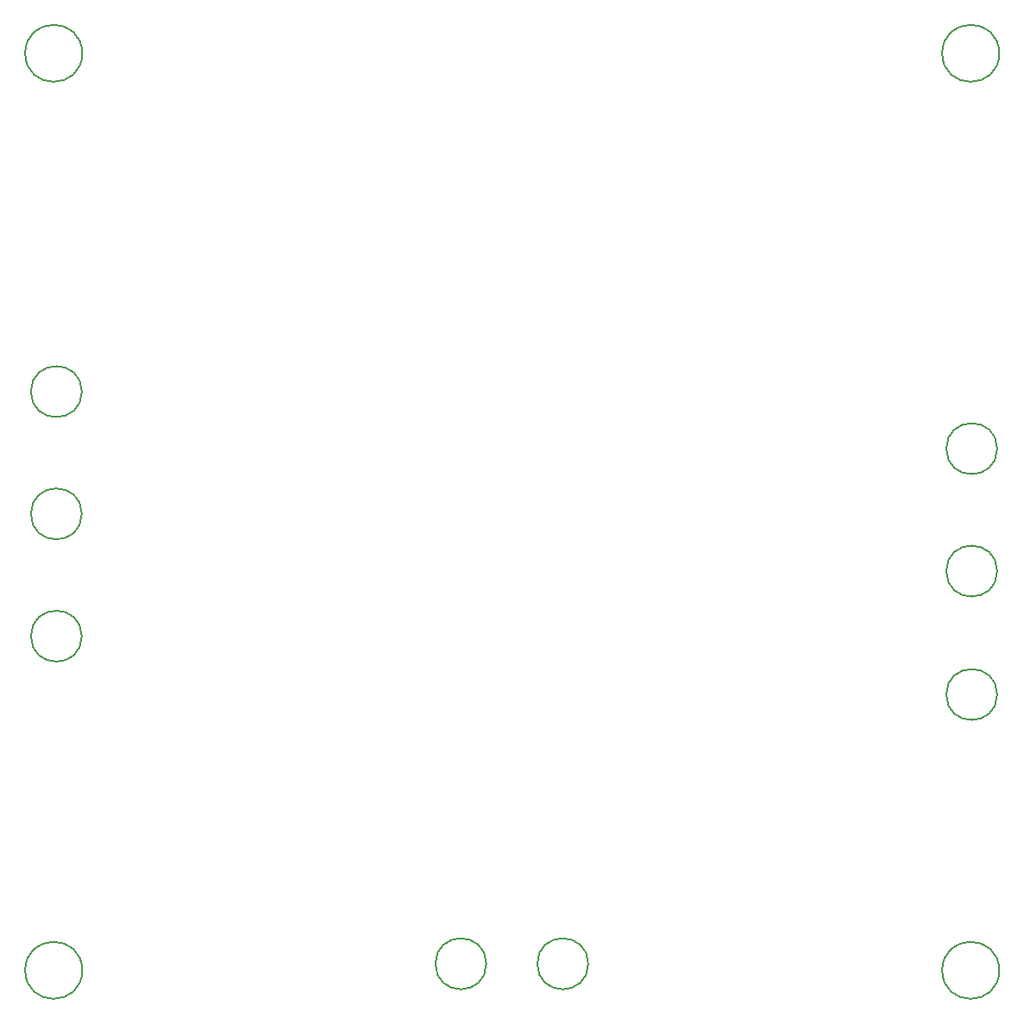
<source format=gbr>
%TF.GenerationSoftware,KiCad,Pcbnew,8.0.1*%
%TF.CreationDate,2024-05-15T20:02:36+03:00*%
%TF.ProjectId,ESP32_dual_ESC,45535033-325f-4647-9561-6c5f4553432e,rev?*%
%TF.SameCoordinates,Original*%
%TF.FileFunction,Other,Comment*%
%FSLAX46Y46*%
G04 Gerber Fmt 4.6, Leading zero omitted, Abs format (unit mm)*
G04 Created by KiCad (PCBNEW 8.0.1) date 2024-05-15 20:02:36*
%MOMM*%
%LPD*%
G01*
G04 APERTURE LIST*
%ADD10C,0.150000*%
G04 APERTURE END LIST*
D10*
%TO.C,J9*%
X147600400Y-117934800D02*
G75*
G02*
X142600400Y-117934800I-2500000J0D01*
G01*
X142600400Y-117934800D02*
G75*
G02*
X147600400Y-117934800I2500000J0D01*
G01*
%TO.C,J7*%
X147600400Y-93804800D02*
G75*
G02*
X142600400Y-93804800I-2500000J0D01*
G01*
X142600400Y-93804800D02*
G75*
G02*
X147600400Y-93804800I2500000J0D01*
G01*
%TO.C,H3*%
X147800000Y-145000000D02*
G75*
G02*
X142200000Y-145000000I-2800000J0D01*
G01*
X142200000Y-145000000D02*
G75*
G02*
X147800000Y-145000000I2800000J0D01*
G01*
%TO.C,H2*%
X147800000Y-55000000D02*
G75*
G02*
X142200000Y-55000000I-2800000J0D01*
G01*
X142200000Y-55000000D02*
G75*
G02*
X147800000Y-55000000I2800000J0D01*
G01*
%TO.C,H1*%
X57800000Y-55000000D02*
G75*
G02*
X52200000Y-55000000I-2800000J0D01*
G01*
X52200000Y-55000000D02*
G75*
G02*
X57800000Y-55000000I2800000J0D01*
G01*
%TO.C,J1*%
X57758621Y-112205000D02*
G75*
G02*
X52758621Y-112205000I-2500000J0D01*
G01*
X52758621Y-112205000D02*
G75*
G02*
X57758621Y-112205000I2500000J0D01*
G01*
%TO.C,J8*%
X147600400Y-105819000D02*
G75*
G02*
X142600400Y-105819000I-2500000J0D01*
G01*
X142600400Y-105819000D02*
G75*
G02*
X147600400Y-105819000I2500000J0D01*
G01*
%TO.C,J2*%
X57758621Y-100205000D02*
G75*
G02*
X52758621Y-100205000I-2500000J0D01*
G01*
X52758621Y-100205000D02*
G75*
G02*
X57758621Y-100205000I2500000J0D01*
G01*
%TO.C,H4*%
X57800000Y-145000000D02*
G75*
G02*
X52200000Y-145000000I-2800000J0D01*
G01*
X52200000Y-145000000D02*
G75*
G02*
X57800000Y-145000000I2800000J0D01*
G01*
%TO.C,J15*%
X107460000Y-144360000D02*
G75*
G02*
X102460000Y-144360000I-2500000J0D01*
G01*
X102460000Y-144360000D02*
G75*
G02*
X107460000Y-144360000I2500000J0D01*
G01*
%TO.C,J3*%
X57758621Y-88205000D02*
G75*
G02*
X52758621Y-88205000I-2500000J0D01*
G01*
X52758621Y-88205000D02*
G75*
G02*
X57758621Y-88205000I2500000J0D01*
G01*
%TO.C,J14*%
X97460000Y-144360000D02*
G75*
G02*
X92460000Y-144360000I-2500000J0D01*
G01*
X92460000Y-144360000D02*
G75*
G02*
X97460000Y-144360000I2500000J0D01*
G01*
%TD*%
M02*

</source>
